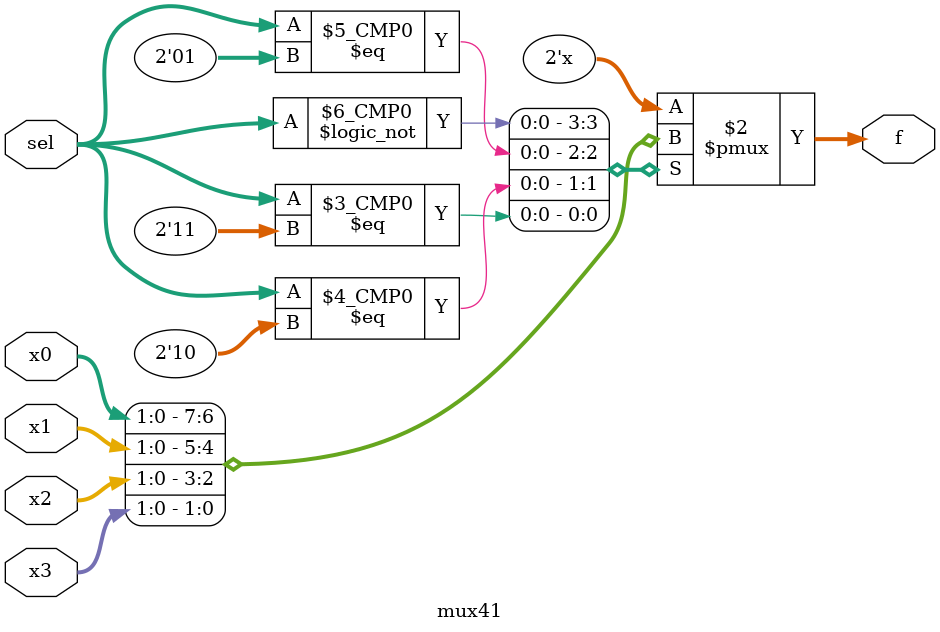
<source format=v>
module mux41(
    input [1:0] sel,
    input [1:0] x0,x1,x2,x3,
    output reg [1:0] f
);
always@(*)begin
    case(sel)
    2'b00:f=x0;
    2'b01:f=x1;
    2'b10:f=x2;
    2'b11:f=x3;
    default:f=x0;
    endcase
end
endmodule

</source>
